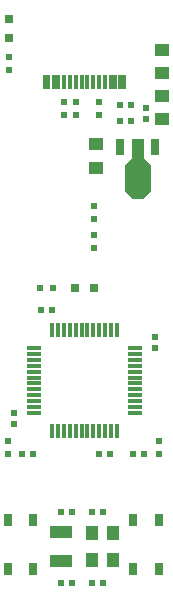
<source format=gbr>
%TF.GenerationSoftware,KiCad,Pcbnew,9.0.0*%
%TF.CreationDate,2025-04-02T16:35:10+02:00*%
%TF.ProjectId,stm32f103-core-board,73746d33-3266-4313-9033-2d636f72652d,1*%
%TF.SameCoordinates,Original*%
%TF.FileFunction,Paste,Top*%
%TF.FilePolarity,Positive*%
%FSLAX46Y46*%
G04 Gerber Fmt 4.6, Leading zero omitted, Abs format (unit mm)*
G04 Created by KiCad (PCBNEW 9.0.0) date 2025-04-02 16:35:10*
%MOMM*%
%LPD*%
G01*
G04 APERTURE LIST*
G04 Aperture macros list*
%AMFreePoly0*
4,1,11,1.100000,3.800000,1.100000,1.600000,0.500000,1.000000,0.500000,-0.700000,-0.500000,-0.700000,-0.500000,1.000000,-1.100000,1.600000,-1.100000,3.800000,-0.500000,4.400000,0.500000,4.400000,1.100000,3.800000,1.100000,3.800000,$1*%
G04 Aperture macros list end*
%ADD10R,0.800000X0.800000*%
%ADD11R,1.900000X1.100000*%
%ADD12R,0.550000X0.500000*%
%ADD13R,0.650000X1.050000*%
%ADD14R,0.500000X0.550000*%
%ADD15R,0.500000X0.600000*%
%ADD16R,1.200000X1.000000*%
%ADD17R,1.100000X1.300000*%
%ADD18R,1.200000X0.300000*%
%ADD19R,0.300000X1.200000*%
%ADD20R,0.300000X1.150000*%
%ADD21R,0.600000X0.500000*%
%ADD22R,0.800000X1.400000*%
%ADD23FreePoly0,180.000000*%
G04 APERTURE END LIST*
D10*
%TO.C,LED2*%
X149200001Y-95200000D03*
X150799999Y-95200000D03*
%TD*%
D11*
%TO.C,X2*%
X148000000Y-118287500D03*
X148000000Y-115787502D03*
%TD*%
D12*
%TO.C,C10*%
X151550000Y-120125000D03*
X150600000Y-120125000D03*
%TD*%
%TO.C,C18*%
X144725000Y-109250000D03*
X145675000Y-109250000D03*
%TD*%
D13*
%TO.C,SW1*%
X156275000Y-114850000D03*
X156275000Y-119000000D03*
X154125000Y-114850000D03*
X154125000Y-119000000D03*
%TD*%
D12*
%TO.C,C11*%
X148000000Y-114125000D03*
X148950000Y-114125000D03*
%TD*%
D14*
%TO.C,C6*%
X155200000Y-80875000D03*
X155200000Y-79925000D03*
%TD*%
D12*
%TO.C,C5*%
X153000000Y-81000000D03*
X153950000Y-81000000D03*
%TD*%
D15*
%TO.C,R1*%
X149250000Y-79400000D03*
X149250000Y-80500000D03*
%TD*%
D16*
%TO.C,C2*%
X156600000Y-75000000D03*
X156600000Y-77000000D03*
%TD*%
D17*
%TO.C,X1*%
X152400000Y-115912500D03*
X152400000Y-118212500D03*
X150600000Y-118212500D03*
X150600000Y-115912500D03*
%TD*%
D12*
%TO.C,C9*%
X150600000Y-114125000D03*
X151550000Y-114125000D03*
%TD*%
D15*
%TO.C,R4*%
X150800000Y-88250000D03*
X150800000Y-89350000D03*
%TD*%
D12*
%TO.C,C3*%
X153000000Y-79670000D03*
X153950000Y-79670000D03*
%TD*%
D15*
%TO.C,R3*%
X150800000Y-90650000D03*
X150800000Y-91750000D03*
%TD*%
D16*
%TO.C,C4*%
X151000000Y-83000000D03*
X151000000Y-85000000D03*
%TD*%
D15*
%TO.C,R10*%
X143525000Y-109250000D03*
X143525000Y-108150000D03*
%TD*%
%TO.C,R5*%
X151249999Y-79400000D03*
X151249999Y-80500000D03*
%TD*%
%TO.C,R2*%
X143600000Y-75650000D03*
X143600000Y-76750000D03*
%TD*%
%TO.C,R6*%
X148250000Y-79400000D03*
X148250000Y-80500000D03*
%TD*%
D13*
%TO.C,SW2*%
X145675000Y-114850000D03*
X145675000Y-119000000D03*
X143525000Y-114850000D03*
X143525000Y-119000000D03*
%TD*%
D10*
%TO.C,LED1*%
X143600000Y-73999999D03*
X143600000Y-72400001D03*
%TD*%
D12*
%TO.C,C14*%
X151250000Y-109250000D03*
X152200000Y-109250000D03*
%TD*%
D18*
%TO.C,U2*%
X145750000Y-105750000D03*
X145750000Y-105250000D03*
X145750000Y-104750000D03*
X145750000Y-104250000D03*
X145750000Y-103750000D03*
X145750000Y-103250000D03*
X145750000Y-102750000D03*
X145750000Y-102250000D03*
X145750000Y-101750000D03*
X145750000Y-101250000D03*
X145750000Y-100750000D03*
X145750000Y-100250000D03*
D19*
X147250000Y-98750000D03*
X147750000Y-98750000D03*
X148250000Y-98750000D03*
X148750000Y-98750000D03*
X149250000Y-98750000D03*
X149750000Y-98750000D03*
X150250000Y-98750000D03*
X150750000Y-98750000D03*
X151250000Y-98750000D03*
X151750000Y-98750000D03*
X152250000Y-98750000D03*
X152750000Y-98750000D03*
D18*
X154250000Y-100250000D03*
X154250000Y-100750000D03*
X154250000Y-101250000D03*
X154250000Y-101750000D03*
X154250000Y-102250000D03*
X154250000Y-102750000D03*
X154250000Y-103250000D03*
X154250000Y-103750000D03*
X154250000Y-104250000D03*
X154250000Y-104750000D03*
X154250000Y-105250000D03*
X154250000Y-105750000D03*
D19*
X152750000Y-107250000D03*
X152250000Y-107250000D03*
X151750000Y-107250000D03*
X151250000Y-107250000D03*
X150750000Y-107250000D03*
X150250000Y-107250000D03*
X149750000Y-107250000D03*
X149250000Y-107250000D03*
X148750000Y-107250000D03*
X148250000Y-107250000D03*
X147750000Y-107250000D03*
X147250000Y-107250000D03*
%TD*%
D20*
%TO.C,CN1*%
X153050000Y-77730000D03*
X152250000Y-77730000D03*
X151750000Y-77730000D03*
X150750000Y-77730000D03*
X149250000Y-77730000D03*
X148250000Y-77730000D03*
X147750000Y-77730000D03*
X146950000Y-77730000D03*
X146650000Y-77730000D03*
X147450000Y-77730000D03*
X148750001Y-77730000D03*
X149750000Y-77730000D03*
X150250000Y-77730000D03*
X151249999Y-77730000D03*
X152550000Y-77730000D03*
X153350000Y-77730000D03*
%TD*%
D12*
%TO.C,C16*%
X147250000Y-97000000D03*
X146300000Y-97000000D03*
%TD*%
%TO.C,C13*%
X155075000Y-109250000D03*
X154125000Y-109250000D03*
%TD*%
%TO.C,C12*%
X148000000Y-120125000D03*
X148950000Y-120125000D03*
%TD*%
D14*
%TO.C,C17*%
X144000000Y-105750000D03*
X144000000Y-106700000D03*
%TD*%
D15*
%TO.C,R9*%
X156275000Y-109250000D03*
X156275000Y-108150000D03*
%TD*%
D16*
%TO.C,C7*%
X156600000Y-80875000D03*
X156600000Y-78875000D03*
%TD*%
D21*
%TO.C,R8*%
X146250000Y-95200000D03*
X147350000Y-95200000D03*
%TD*%
D22*
%TO.C,U1*%
X153000000Y-83200000D03*
D23*
X154500000Y-83200000D03*
D22*
X156000000Y-83200000D03*
%TD*%
D14*
%TO.C,C15*%
X156000000Y-100250000D03*
X156000000Y-99300000D03*
%TD*%
M02*

</source>
